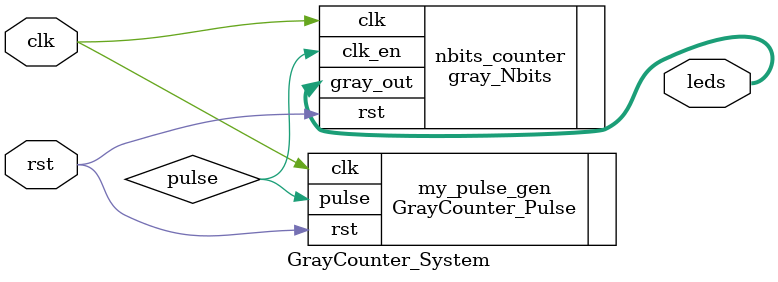
<source format=v>
`timescale 1ns / 1ps
module GrayCounter_System(clk, rst, leds);
  parameter N = 4;
  parameter distance = 100000000;// How much for 1 Hz when clk period is 10 ns?
  input clk, rst;
  output [N-1:0] leds;
  wire pulse;
    
  // Instantiation of the GrayCounter_Pulse 
  // Here
    GrayCounter_Pulse my_pulse_gen(.clk(clk), .rst(rst), .pulse(pulse));
  // Instantiation of the gray_Nbits 
  // Here
   gray_Nbits nbits_counter(.clk(clk), .clk_en(pulse), .rst(rst), .gray_out(leds));


endmodule

</source>
